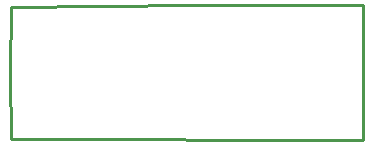
<source format=gko>
G04 Layer: BoardOutlineLayer*
G04 EasyEDA v6.5.44, 2024-07-18 17:56:00*
G04 97cd5decdfd44bc3b4dabd43e649edab,9c1bdb26fcb24e138229f6b6421db46a,10*
G04 Gerber Generator version 0.2*
G04 Scale: 100 percent, Rotated: No, Reflected: No *
G04 Dimensions in millimeters *
G04 leading zeros omitted , absolute positions ,4 integer and 5 decimal *
%FSLAX45Y45*%
%MOMM*%

%ADD10C,0.2540*%
D10*
X700023Y4800092D02*
G01*
X2235200Y4813300D01*
X3683000Y4813300D01*
X3683000Y4267200D01*
X3683000Y3670300D01*
X700023Y3683000D01*
X698500Y4241800D01*
X700023Y4800092D01*

%LPD*%
M02*

</source>
